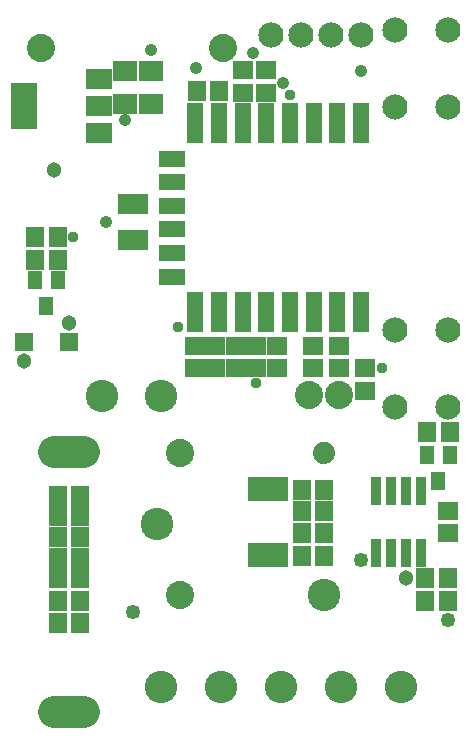
<source format=gbr>
G04 EAGLE Gerber X2 export*
G75*
%MOIN*%
%FSLAX25Y25*%
%LPD*%
%AMOC8*
5,1,8,0,0,1.08239X$1,22.5*%
G01*
%ADD10R,0.059181X0.067055*%
%ADD11R,0.078866X0.070992*%
%ADD12R,0.102488X0.070992*%
%ADD13R,0.063118X0.063118*%
%ADD14C,0.108000*%
%ADD15R,0.087000X0.067000*%
%ADD16R,0.087000X0.158000*%
%ADD17C,0.084000*%
%ADD18C,0.094000*%
%ADD19R,0.047370X0.063118*%
%ADD20R,0.133984X0.078866*%
%ADD21R,0.067055X0.059181*%
%ADD22C,0.108000*%
%ADD23C,0.074000*%
%ADD24R,0.058000X0.133000*%
%ADD25R,0.088000X0.058000*%
%ADD26R,0.036000X0.094614*%
%ADD27C,0.049339*%
%ADD28C,0.037780*%
%ADD29C,0.041465*%
%ADD30C,0.051307*%


D10*
X24990Y40000D03*
X17510Y40000D03*
D11*
X40000Y224262D03*
X40000Y213238D03*
D10*
X106240Y70000D03*
X98760Y70000D03*
D12*
X42500Y167844D03*
X42500Y179656D03*
D10*
X106240Y84375D03*
X98760Y84375D03*
X140010Y47500D03*
X147490Y47500D03*
X140010Y55000D03*
X147490Y55000D03*
D11*
X48750Y224262D03*
X48750Y213238D03*
D13*
X21230Y133750D03*
X6270Y133750D03*
D14*
X16250Y10450D02*
X26250Y10450D01*
X26250Y97050D02*
X16250Y97050D01*
D15*
X31150Y221400D03*
X31150Y212400D03*
X31150Y203400D03*
D16*
X6350Y212500D03*
D17*
X118750Y236250D03*
X108750Y236250D03*
X98750Y236250D03*
X88750Y236250D03*
D18*
X101250Y116250D03*
X111250Y116250D03*
D19*
X13750Y145669D03*
X17490Y154331D03*
X10010Y154331D03*
X144375Y87544D03*
X148115Y96206D03*
X140635Y96206D03*
D10*
X98760Y77500D03*
X106240Y77500D03*
D20*
X87500Y84774D03*
X87500Y62726D03*
D21*
X76875Y125010D03*
X76875Y132490D03*
X70000Y125010D03*
X70000Y132490D03*
X63125Y132490D03*
X63125Y125010D03*
X83750Y132490D03*
X83750Y125010D03*
X147500Y70010D03*
X147500Y77490D03*
D10*
X10010Y161250D03*
X17490Y161250D03*
D21*
X102500Y125010D03*
X102500Y132490D03*
X111250Y125010D03*
X111250Y132490D03*
D10*
X71240Y217500D03*
X63760Y217500D03*
X98760Y62500D03*
X106240Y62500D03*
D21*
X79375Y224365D03*
X79375Y216885D03*
X120000Y124990D03*
X120000Y117510D03*
X86875Y224365D03*
X86875Y216885D03*
D10*
X17490Y168750D03*
X10010Y168750D03*
D21*
X90625Y132490D03*
X90625Y125010D03*
D10*
X140635Y103750D03*
X148115Y103750D03*
X24990Y82500D03*
X17510Y82500D03*
X17510Y75625D03*
X24990Y75625D03*
X24990Y68750D03*
X17510Y68750D03*
X17510Y61875D03*
X24990Y61875D03*
X24990Y55000D03*
X17510Y55000D03*
X17510Y47500D03*
X24990Y47500D03*
D18*
X58386Y49390D03*
D22*
X50512Y73012D03*
D18*
X58386Y96634D03*
D22*
X106417Y49390D03*
D23*
X106417Y96634D03*
D17*
X129850Y212200D03*
X147650Y212200D03*
X129850Y237800D03*
X147650Y237800D03*
X129850Y112200D03*
X147650Y112200D03*
X129850Y137800D03*
X147650Y137800D03*
D22*
X51949Y115876D03*
X32264Y115876D03*
D18*
X11791Y231624D03*
X72421Y231624D03*
D24*
X63406Y143750D03*
X71280Y143750D03*
X79154Y143750D03*
X87028Y143750D03*
X94902Y143750D03*
X102776Y143750D03*
X110650Y143750D03*
X118524Y143750D03*
X63406Y206742D03*
X71280Y206742D03*
X79154Y206742D03*
X87028Y206742D03*
X94902Y206742D03*
X102776Y206742D03*
X110650Y206742D03*
X118524Y206742D03*
D25*
X55531Y155561D03*
X55531Y163435D03*
X55531Y171309D03*
X55531Y179183D03*
X55531Y187057D03*
X55531Y194931D03*
D26*
X138750Y63514D03*
X133750Y63514D03*
X128750Y63514D03*
X123750Y63514D03*
X123750Y83986D03*
X128750Y83986D03*
X133750Y83986D03*
X138750Y83986D03*
D22*
X51875Y18750D03*
X71875Y18750D03*
X91875Y18750D03*
X111875Y18750D03*
X131875Y18750D03*
D27*
X118750Y61250D03*
X42500Y43750D03*
X147500Y41250D03*
D28*
X83750Y120000D03*
D29*
X63750Y225000D03*
X48750Y231250D03*
D30*
X133750Y55000D03*
X16250Y191250D03*
X21250Y140000D03*
D28*
X125625Y125000D03*
X57500Y138750D03*
D29*
X40000Y207812D03*
X82500Y230000D03*
X33750Y173750D03*
X118750Y224252D03*
X92500Y220000D03*
D30*
X6250Y127500D03*
D28*
X95000Y216250D03*
X22500Y168750D03*
M02*

</source>
